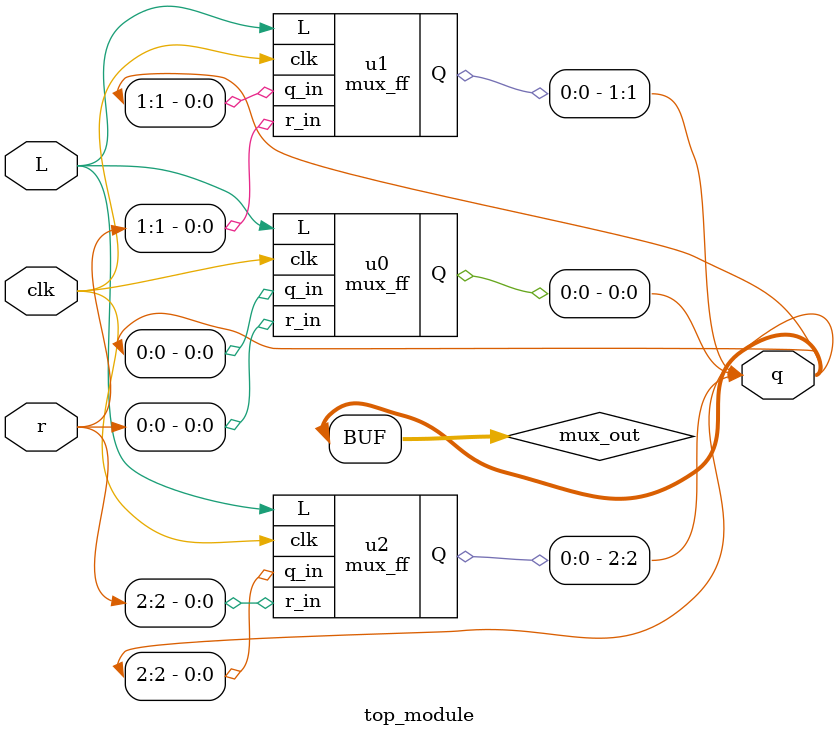
<source format=sv>
module mux_ff(
    input clk,
    input L,
    input r_in,
    input q_in,
    output reg Q
);

always @(posedge clk) begin
    if (L) begin
        Q <= r_in;
    end else begin
        Q <= q_in;
    end
end

endmodule
module top_module(
    input clk,
    input L,
    input [2:0] r,
    output [2:0] q
);

wire [2:0] mux_out;

// Instantiate three instances of mux_ff
mux_ff u0 (
    .clk(clk),
    .L(L),
    .r_in(r[0]),
    .q_in(q[0]),
    .Q(mux_out[0])
);

mux_ff u1 (
    .clk(clk),
    .L(L),
    .r_in(r[1]),
    .q_in(q[1]),
    .Q(mux_out[1])
);

mux_ff u2 (
    .clk(clk),
    .L(L),
    .r_in(r[2]),
    .q_in(q[2]),
    .Q(mux_out[2])
);

// Assign the multiplexer outputs to q
assign q = mux_out;

endmodule

</source>
